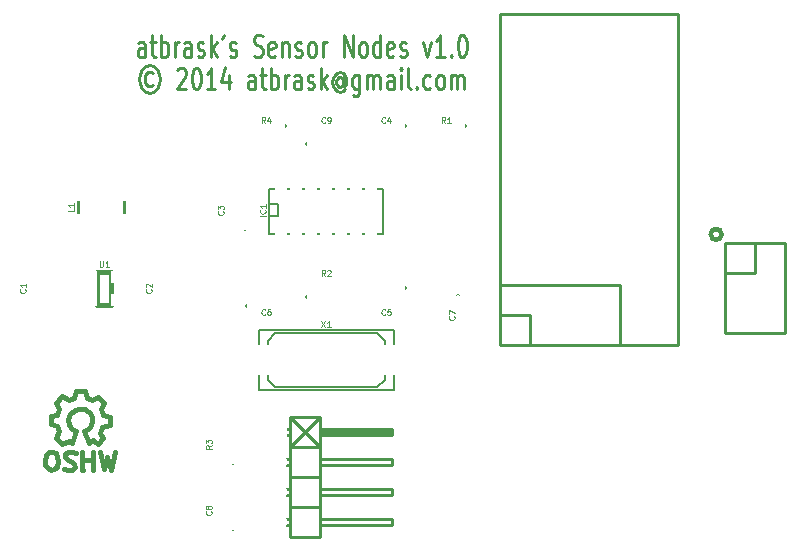
<source format=gto>
%FSLAX34Y34*%
G04 Gerber Fmt 3.4, Leading zero omitted, Abs format*
G04 (created by PCBNEW (2014-03-23 BZR 4768)-product) date Wed 26 Mar 2014 09:50:02 PM CET*
%MOIN*%
G01*
G70*
G90*
G04 APERTURE LIST*
%ADD10C,0.006000*%
%ADD11C,0.015000*%
%ADD12C,0.009843*%
%ADD13C,0.005000*%
%ADD14C,0.003900*%
%ADD15C,0.008000*%
%ADD16C,0.010000*%
%ADD17C,0.005906*%
%ADD18C,0.004000*%
%ADD19C,0.004300*%
%ADD20O,0.118425X0.236535*%
%ADD21R,0.100000X0.080000*%
%ADD22R,0.075000X0.055000*%
%ADD23R,0.055000X0.075000*%
%ADD24R,0.040000X0.065000*%
%ADD25R,0.051496X0.043622*%
%ADD26R,0.061339X0.043622*%
%ADD27R,0.236500X0.098700*%
%ADD28R,0.100000X0.088000*%
%ADD29O,0.100000X0.088000*%
%ADD30R,0.088000X0.088000*%
%ADD31O,0.088000X0.088000*%
G04 APERTURE END LIST*
G54D10*
G54D11*
X68980Y-32400D02*
G75*
G03X68980Y-32400I-180J0D01*
G74*
G01*
G54D12*
X49760Y-26475D02*
X49760Y-26104D01*
X49735Y-26036D01*
X49686Y-26002D01*
X49589Y-26002D01*
X49540Y-26036D01*
X49760Y-26441D02*
X49711Y-26475D01*
X49589Y-26475D01*
X49540Y-26441D01*
X49516Y-26374D01*
X49516Y-26306D01*
X49540Y-26239D01*
X49589Y-26205D01*
X49711Y-26205D01*
X49760Y-26171D01*
X49930Y-26002D02*
X50125Y-26002D01*
X50003Y-25766D02*
X50003Y-26374D01*
X50028Y-26441D01*
X50076Y-26475D01*
X50125Y-26475D01*
X50296Y-26475D02*
X50296Y-25766D01*
X50296Y-26036D02*
X50344Y-26002D01*
X50442Y-26002D01*
X50491Y-26036D01*
X50515Y-26070D01*
X50539Y-26137D01*
X50539Y-26340D01*
X50515Y-26407D01*
X50491Y-26441D01*
X50442Y-26475D01*
X50344Y-26475D01*
X50296Y-26441D01*
X50759Y-26475D02*
X50759Y-26002D01*
X50759Y-26137D02*
X50783Y-26070D01*
X50808Y-26036D01*
X50856Y-26002D01*
X50905Y-26002D01*
X51295Y-26475D02*
X51295Y-26104D01*
X51271Y-26036D01*
X51222Y-26002D01*
X51124Y-26002D01*
X51076Y-26036D01*
X51295Y-26441D02*
X51246Y-26475D01*
X51124Y-26475D01*
X51076Y-26441D01*
X51051Y-26374D01*
X51051Y-26306D01*
X51076Y-26239D01*
X51124Y-26205D01*
X51246Y-26205D01*
X51295Y-26171D01*
X51514Y-26441D02*
X51563Y-26475D01*
X51661Y-26475D01*
X51709Y-26441D01*
X51734Y-26374D01*
X51734Y-26340D01*
X51709Y-26272D01*
X51661Y-26239D01*
X51587Y-26239D01*
X51539Y-26205D01*
X51514Y-26137D01*
X51514Y-26104D01*
X51539Y-26036D01*
X51587Y-26002D01*
X51661Y-26002D01*
X51709Y-26036D01*
X51953Y-26475D02*
X51953Y-25766D01*
X52002Y-26205D02*
X52148Y-26475D01*
X52148Y-26002D02*
X51953Y-26272D01*
X52392Y-25766D02*
X52343Y-25901D01*
X52587Y-26441D02*
X52635Y-26475D01*
X52733Y-26475D01*
X52782Y-26441D01*
X52806Y-26374D01*
X52806Y-26340D01*
X52782Y-26272D01*
X52733Y-26239D01*
X52660Y-26239D01*
X52611Y-26205D01*
X52587Y-26137D01*
X52587Y-26104D01*
X52611Y-26036D01*
X52660Y-26002D01*
X52733Y-26002D01*
X52782Y-26036D01*
X53391Y-26441D02*
X53464Y-26475D01*
X53586Y-26475D01*
X53635Y-26441D01*
X53659Y-26407D01*
X53683Y-26340D01*
X53683Y-26272D01*
X53659Y-26205D01*
X53635Y-26171D01*
X53586Y-26137D01*
X53488Y-26104D01*
X53440Y-26070D01*
X53415Y-26036D01*
X53391Y-25969D01*
X53391Y-25901D01*
X53415Y-25834D01*
X53440Y-25800D01*
X53488Y-25766D01*
X53610Y-25766D01*
X53683Y-25800D01*
X54098Y-26441D02*
X54049Y-26475D01*
X53952Y-26475D01*
X53903Y-26441D01*
X53878Y-26374D01*
X53878Y-26104D01*
X53903Y-26036D01*
X53952Y-26002D01*
X54049Y-26002D01*
X54098Y-26036D01*
X54122Y-26104D01*
X54122Y-26171D01*
X53878Y-26239D01*
X54341Y-26002D02*
X54341Y-26475D01*
X54341Y-26070D02*
X54366Y-26036D01*
X54415Y-26002D01*
X54488Y-26002D01*
X54536Y-26036D01*
X54561Y-26104D01*
X54561Y-26475D01*
X54780Y-26441D02*
X54829Y-26475D01*
X54926Y-26475D01*
X54975Y-26441D01*
X55000Y-26374D01*
X55000Y-26340D01*
X54975Y-26272D01*
X54926Y-26239D01*
X54853Y-26239D01*
X54805Y-26205D01*
X54780Y-26137D01*
X54780Y-26104D01*
X54805Y-26036D01*
X54853Y-26002D01*
X54926Y-26002D01*
X54975Y-26036D01*
X55292Y-26475D02*
X55243Y-26441D01*
X55219Y-26407D01*
X55194Y-26340D01*
X55194Y-26137D01*
X55219Y-26070D01*
X55243Y-26036D01*
X55292Y-26002D01*
X55365Y-26002D01*
X55414Y-26036D01*
X55438Y-26070D01*
X55463Y-26137D01*
X55463Y-26340D01*
X55438Y-26407D01*
X55414Y-26441D01*
X55365Y-26475D01*
X55292Y-26475D01*
X55682Y-26475D02*
X55682Y-26002D01*
X55682Y-26137D02*
X55706Y-26070D01*
X55731Y-26036D01*
X55779Y-26002D01*
X55828Y-26002D01*
X56389Y-26475D02*
X56389Y-25766D01*
X56681Y-26475D01*
X56681Y-25766D01*
X56998Y-26475D02*
X56949Y-26441D01*
X56925Y-26407D01*
X56901Y-26340D01*
X56901Y-26137D01*
X56925Y-26070D01*
X56949Y-26036D01*
X56998Y-26002D01*
X57071Y-26002D01*
X57120Y-26036D01*
X57144Y-26070D01*
X57169Y-26137D01*
X57169Y-26340D01*
X57144Y-26407D01*
X57120Y-26441D01*
X57071Y-26475D01*
X56998Y-26475D01*
X57607Y-26475D02*
X57607Y-25766D01*
X57607Y-26441D02*
X57559Y-26475D01*
X57461Y-26475D01*
X57412Y-26441D01*
X57388Y-26407D01*
X57364Y-26340D01*
X57364Y-26137D01*
X57388Y-26070D01*
X57412Y-26036D01*
X57461Y-26002D01*
X57559Y-26002D01*
X57607Y-26036D01*
X58046Y-26441D02*
X57997Y-26475D01*
X57900Y-26475D01*
X57851Y-26441D01*
X57827Y-26374D01*
X57827Y-26104D01*
X57851Y-26036D01*
X57900Y-26002D01*
X57997Y-26002D01*
X58046Y-26036D01*
X58070Y-26104D01*
X58070Y-26171D01*
X57827Y-26239D01*
X58265Y-26441D02*
X58314Y-26475D01*
X58412Y-26475D01*
X58460Y-26441D01*
X58485Y-26374D01*
X58485Y-26340D01*
X58460Y-26272D01*
X58412Y-26239D01*
X58338Y-26239D01*
X58290Y-26205D01*
X58265Y-26137D01*
X58265Y-26104D01*
X58290Y-26036D01*
X58338Y-26002D01*
X58412Y-26002D01*
X58460Y-26036D01*
X59045Y-26002D02*
X59167Y-26475D01*
X59289Y-26002D01*
X59752Y-26475D02*
X59460Y-26475D01*
X59606Y-26475D02*
X59606Y-25766D01*
X59557Y-25867D01*
X59508Y-25935D01*
X59460Y-25969D01*
X59971Y-26407D02*
X59996Y-26441D01*
X59971Y-26475D01*
X59947Y-26441D01*
X59971Y-26407D01*
X59971Y-26475D01*
X60313Y-25766D02*
X60361Y-25766D01*
X60410Y-25800D01*
X60434Y-25834D01*
X60459Y-25901D01*
X60483Y-26036D01*
X60483Y-26205D01*
X60459Y-26340D01*
X60434Y-26407D01*
X60410Y-26441D01*
X60361Y-26475D01*
X60313Y-26475D01*
X60264Y-26441D01*
X60239Y-26407D01*
X60215Y-26340D01*
X60191Y-26205D01*
X60191Y-26036D01*
X60215Y-25901D01*
X60239Y-25834D01*
X60264Y-25800D01*
X60313Y-25766D01*
X50015Y-27025D02*
X49967Y-26992D01*
X49869Y-26992D01*
X49820Y-27025D01*
X49772Y-27093D01*
X49747Y-27160D01*
X49747Y-27295D01*
X49772Y-27363D01*
X49820Y-27430D01*
X49869Y-27464D01*
X49967Y-27464D01*
X50015Y-27430D01*
X49918Y-26755D02*
X49796Y-26789D01*
X49674Y-26890D01*
X49601Y-27059D01*
X49577Y-27228D01*
X49601Y-27397D01*
X49674Y-27565D01*
X49796Y-27667D01*
X49918Y-27700D01*
X50040Y-27667D01*
X50162Y-27565D01*
X50235Y-27397D01*
X50259Y-27228D01*
X50235Y-27059D01*
X50162Y-26890D01*
X50040Y-26789D01*
X49918Y-26755D01*
X50844Y-26924D02*
X50868Y-26890D01*
X50917Y-26857D01*
X51039Y-26857D01*
X51088Y-26890D01*
X51112Y-26924D01*
X51137Y-26992D01*
X51137Y-27059D01*
X51112Y-27160D01*
X50820Y-27565D01*
X51137Y-27565D01*
X51453Y-26857D02*
X51502Y-26857D01*
X51551Y-26890D01*
X51575Y-26924D01*
X51600Y-26992D01*
X51624Y-27127D01*
X51624Y-27295D01*
X51600Y-27430D01*
X51575Y-27498D01*
X51551Y-27532D01*
X51502Y-27565D01*
X51453Y-27565D01*
X51405Y-27532D01*
X51380Y-27498D01*
X51356Y-27430D01*
X51332Y-27295D01*
X51332Y-27127D01*
X51356Y-26992D01*
X51380Y-26924D01*
X51405Y-26890D01*
X51453Y-26857D01*
X52111Y-27565D02*
X51819Y-27565D01*
X51965Y-27565D02*
X51965Y-26857D01*
X51916Y-26958D01*
X51868Y-27025D01*
X51819Y-27059D01*
X52550Y-27093D02*
X52550Y-27565D01*
X52428Y-26823D02*
X52306Y-27329D01*
X52623Y-27329D01*
X53428Y-27565D02*
X53428Y-27194D01*
X53403Y-27127D01*
X53354Y-27093D01*
X53257Y-27093D01*
X53208Y-27127D01*
X53428Y-27532D02*
X53379Y-27565D01*
X53257Y-27565D01*
X53208Y-27532D01*
X53184Y-27464D01*
X53184Y-27397D01*
X53208Y-27329D01*
X53257Y-27295D01*
X53379Y-27295D01*
X53428Y-27262D01*
X53598Y-27093D02*
X53793Y-27093D01*
X53671Y-26857D02*
X53671Y-27464D01*
X53696Y-27532D01*
X53744Y-27565D01*
X53793Y-27565D01*
X53964Y-27565D02*
X53964Y-26857D01*
X53964Y-27127D02*
X54012Y-27093D01*
X54110Y-27093D01*
X54159Y-27127D01*
X54183Y-27160D01*
X54207Y-27228D01*
X54207Y-27430D01*
X54183Y-27498D01*
X54159Y-27532D01*
X54110Y-27565D01*
X54012Y-27565D01*
X53964Y-27532D01*
X54427Y-27565D02*
X54427Y-27093D01*
X54427Y-27228D02*
X54451Y-27160D01*
X54476Y-27127D01*
X54524Y-27093D01*
X54573Y-27093D01*
X54963Y-27565D02*
X54963Y-27194D01*
X54939Y-27127D01*
X54890Y-27093D01*
X54792Y-27093D01*
X54744Y-27127D01*
X54963Y-27532D02*
X54914Y-27565D01*
X54792Y-27565D01*
X54744Y-27532D01*
X54719Y-27464D01*
X54719Y-27397D01*
X54744Y-27329D01*
X54792Y-27295D01*
X54914Y-27295D01*
X54963Y-27262D01*
X55182Y-27532D02*
X55231Y-27565D01*
X55329Y-27565D01*
X55377Y-27532D01*
X55402Y-27464D01*
X55402Y-27430D01*
X55377Y-27363D01*
X55329Y-27329D01*
X55255Y-27329D01*
X55207Y-27295D01*
X55182Y-27228D01*
X55182Y-27194D01*
X55207Y-27127D01*
X55255Y-27093D01*
X55329Y-27093D01*
X55377Y-27127D01*
X55621Y-27565D02*
X55621Y-26857D01*
X55670Y-27295D02*
X55816Y-27565D01*
X55816Y-27093D02*
X55621Y-27363D01*
X56352Y-27228D02*
X56328Y-27194D01*
X56279Y-27160D01*
X56230Y-27160D01*
X56182Y-27194D01*
X56157Y-27228D01*
X56133Y-27295D01*
X56133Y-27363D01*
X56157Y-27430D01*
X56182Y-27464D01*
X56230Y-27498D01*
X56279Y-27498D01*
X56328Y-27464D01*
X56352Y-27430D01*
X56352Y-27160D02*
X56352Y-27430D01*
X56377Y-27464D01*
X56401Y-27464D01*
X56450Y-27430D01*
X56474Y-27363D01*
X56474Y-27194D01*
X56425Y-27093D01*
X56352Y-27025D01*
X56255Y-26992D01*
X56157Y-27025D01*
X56084Y-27093D01*
X56035Y-27194D01*
X56011Y-27329D01*
X56035Y-27464D01*
X56084Y-27565D01*
X56157Y-27633D01*
X56255Y-27667D01*
X56352Y-27633D01*
X56425Y-27565D01*
X56913Y-27093D02*
X56913Y-27667D01*
X56888Y-27734D01*
X56864Y-27768D01*
X56815Y-27802D01*
X56742Y-27802D01*
X56693Y-27768D01*
X56913Y-27532D02*
X56864Y-27565D01*
X56766Y-27565D01*
X56718Y-27532D01*
X56693Y-27498D01*
X56669Y-27430D01*
X56669Y-27228D01*
X56693Y-27160D01*
X56718Y-27127D01*
X56766Y-27093D01*
X56864Y-27093D01*
X56913Y-27127D01*
X57156Y-27565D02*
X57156Y-27093D01*
X57156Y-27160D02*
X57181Y-27127D01*
X57230Y-27093D01*
X57303Y-27093D01*
X57351Y-27127D01*
X57376Y-27194D01*
X57376Y-27565D01*
X57376Y-27194D02*
X57400Y-27127D01*
X57449Y-27093D01*
X57522Y-27093D01*
X57571Y-27127D01*
X57595Y-27194D01*
X57595Y-27565D01*
X58058Y-27565D02*
X58058Y-27194D01*
X58034Y-27127D01*
X57985Y-27093D01*
X57888Y-27093D01*
X57839Y-27127D01*
X58058Y-27532D02*
X58009Y-27565D01*
X57888Y-27565D01*
X57839Y-27532D01*
X57814Y-27464D01*
X57814Y-27397D01*
X57839Y-27329D01*
X57888Y-27295D01*
X58009Y-27295D01*
X58058Y-27262D01*
X58302Y-27565D02*
X58302Y-27093D01*
X58302Y-26857D02*
X58278Y-26890D01*
X58302Y-26924D01*
X58326Y-26890D01*
X58302Y-26857D01*
X58302Y-26924D01*
X58619Y-27565D02*
X58570Y-27532D01*
X58546Y-27464D01*
X58546Y-26857D01*
X58814Y-27498D02*
X58838Y-27532D01*
X58814Y-27565D01*
X58789Y-27532D01*
X58814Y-27498D01*
X58814Y-27565D01*
X59277Y-27532D02*
X59228Y-27565D01*
X59131Y-27565D01*
X59082Y-27532D01*
X59057Y-27498D01*
X59033Y-27430D01*
X59033Y-27228D01*
X59057Y-27160D01*
X59082Y-27127D01*
X59131Y-27093D01*
X59228Y-27093D01*
X59277Y-27127D01*
X59569Y-27565D02*
X59520Y-27532D01*
X59496Y-27498D01*
X59472Y-27430D01*
X59472Y-27228D01*
X59496Y-27160D01*
X59520Y-27127D01*
X59569Y-27093D01*
X59642Y-27093D01*
X59691Y-27127D01*
X59715Y-27160D01*
X59740Y-27228D01*
X59740Y-27430D01*
X59715Y-27498D01*
X59691Y-27532D01*
X59642Y-27565D01*
X59569Y-27565D01*
X59959Y-27565D02*
X59959Y-27093D01*
X59959Y-27160D02*
X59984Y-27127D01*
X60032Y-27093D01*
X60105Y-27093D01*
X60154Y-27127D01*
X60179Y-27194D01*
X60179Y-27565D01*
X60179Y-27194D02*
X60203Y-27127D01*
X60252Y-27093D01*
X60325Y-27093D01*
X60374Y-27127D01*
X60398Y-27194D01*
X60398Y-27565D01*
G54D13*
X46750Y-33200D02*
X45850Y-33200D01*
X45850Y-33200D02*
X45850Y-33850D01*
X46750Y-34550D02*
X46750Y-35200D01*
X46750Y-35200D02*
X45850Y-35200D01*
X45850Y-35200D02*
X45850Y-34550D01*
X46750Y-33850D02*
X46750Y-33200D01*
X50950Y-33200D02*
X50050Y-33200D01*
X50050Y-33200D02*
X50050Y-33850D01*
X50950Y-34550D02*
X50950Y-35200D01*
X50950Y-35200D02*
X50050Y-35200D01*
X50050Y-35200D02*
X50050Y-34550D01*
X50950Y-33850D02*
X50950Y-33200D01*
G54D14*
X53150Y-32250D02*
G75*
G03X53150Y-32250I-50J0D01*
G74*
G01*
X53100Y-31800D02*
X53100Y-32200D01*
X53100Y-32200D02*
X52500Y-32200D01*
X52500Y-32200D02*
X52500Y-31800D01*
X52500Y-31400D02*
X52500Y-31000D01*
X52500Y-31000D02*
X53100Y-31000D01*
X53100Y-31000D02*
X53100Y-31400D01*
X58500Y-28800D02*
G75*
G03X58500Y-28800I-50J0D01*
G74*
G01*
X58000Y-28800D02*
X58400Y-28800D01*
X58400Y-28800D02*
X58400Y-29400D01*
X58400Y-29400D02*
X58000Y-29400D01*
X57600Y-29400D02*
X57200Y-29400D01*
X57200Y-29400D02*
X57200Y-28800D01*
X57200Y-28800D02*
X57600Y-28800D01*
X58500Y-34200D02*
G75*
G03X58500Y-34200I-50J0D01*
G74*
G01*
X58000Y-34200D02*
X58400Y-34200D01*
X58400Y-34200D02*
X58400Y-34800D01*
X58400Y-34800D02*
X58000Y-34800D01*
X57600Y-34800D02*
X57200Y-34800D01*
X57200Y-34800D02*
X57200Y-34200D01*
X57200Y-34200D02*
X57600Y-34200D01*
X53200Y-34800D02*
G75*
G03X53200Y-34800I-50J0D01*
G74*
G01*
X53600Y-34800D02*
X53200Y-34800D01*
X53200Y-34800D02*
X53200Y-34200D01*
X53200Y-34200D02*
X53600Y-34200D01*
X54000Y-34200D02*
X54400Y-34200D01*
X54400Y-34200D02*
X54400Y-34800D01*
X54400Y-34800D02*
X54000Y-34800D01*
X60250Y-34450D02*
G75*
G03X60250Y-34450I-50J0D01*
G74*
G01*
X60200Y-34900D02*
X60200Y-34500D01*
X60200Y-34500D02*
X60800Y-34500D01*
X60800Y-34500D02*
X60800Y-34900D01*
X60800Y-35300D02*
X60800Y-35700D01*
X60800Y-35700D02*
X60200Y-35700D01*
X60200Y-35700D02*
X60200Y-35300D01*
X52750Y-42250D02*
G75*
G03X52750Y-42250I-50J0D01*
G74*
G01*
X52700Y-41800D02*
X52700Y-42200D01*
X52700Y-42200D02*
X52100Y-42200D01*
X52100Y-42200D02*
X52100Y-41800D01*
X52100Y-41400D02*
X52100Y-41000D01*
X52100Y-41000D02*
X52700Y-41000D01*
X52700Y-41000D02*
X52700Y-41400D01*
G54D15*
X53900Y-30900D02*
X57700Y-30900D01*
X57700Y-30900D02*
X57700Y-32400D01*
X57700Y-32400D02*
X53900Y-32400D01*
X53900Y-32400D02*
X53900Y-30900D01*
X53900Y-31400D02*
X54200Y-31400D01*
X54200Y-31400D02*
X54200Y-31800D01*
X54200Y-31800D02*
X53900Y-31800D01*
G54D16*
X49067Y-31736D02*
X49067Y-31263D01*
X47532Y-31736D02*
X47532Y-31263D01*
G54D14*
X60500Y-28800D02*
G75*
G03X60500Y-28800I-50J0D01*
G74*
G01*
X60000Y-28800D02*
X60400Y-28800D01*
X60400Y-28800D02*
X60400Y-29400D01*
X60400Y-29400D02*
X60000Y-29400D01*
X59600Y-29400D02*
X59200Y-29400D01*
X59200Y-29400D02*
X59200Y-28800D01*
X59200Y-28800D02*
X59600Y-28800D01*
X55200Y-34500D02*
G75*
G03X55200Y-34500I-50J0D01*
G74*
G01*
X55600Y-34500D02*
X55200Y-34500D01*
X55200Y-34500D02*
X55200Y-33900D01*
X55200Y-33900D02*
X55600Y-33900D01*
X56000Y-33900D02*
X56400Y-33900D01*
X56400Y-33900D02*
X56400Y-34500D01*
X56400Y-34500D02*
X56000Y-34500D01*
X52750Y-40050D02*
G75*
G03X52750Y-40050I-50J0D01*
G74*
G01*
X52700Y-39600D02*
X52700Y-40000D01*
X52700Y-40000D02*
X52100Y-40000D01*
X52100Y-40000D02*
X52100Y-39600D01*
X52100Y-39200D02*
X52100Y-38800D01*
X52100Y-38800D02*
X52700Y-38800D01*
X52700Y-38800D02*
X52700Y-39200D01*
G54D11*
X48636Y-33648D02*
X48163Y-33648D01*
X48163Y-33648D02*
X48163Y-34751D01*
X48163Y-34751D02*
X48636Y-34751D01*
X48636Y-34751D02*
X48636Y-33648D01*
G54D17*
X57750Y-37250D02*
X57750Y-37100D01*
X57750Y-35950D02*
X57750Y-36100D01*
X53850Y-35950D02*
X53850Y-36100D01*
X53850Y-37250D02*
X53850Y-37100D01*
X53550Y-37600D02*
X53550Y-37100D01*
X53550Y-35600D02*
X53550Y-36100D01*
X58050Y-35600D02*
X58050Y-36100D01*
X58050Y-37600D02*
X58050Y-37100D01*
X57750Y-35950D02*
X57500Y-35700D01*
X57500Y-35700D02*
X54100Y-35700D01*
X54100Y-35700D02*
X53850Y-35950D01*
X53850Y-37250D02*
X54100Y-37500D01*
X54100Y-37500D02*
X57500Y-37500D01*
X57500Y-37500D02*
X57750Y-37250D01*
X53550Y-35600D02*
X58050Y-35600D01*
X58050Y-37600D02*
X53550Y-37600D01*
G54D14*
X55200Y-29400D02*
G75*
G03X55200Y-29400I-50J0D01*
G74*
G01*
X55600Y-29400D02*
X55200Y-29400D01*
X55200Y-29400D02*
X55200Y-28800D01*
X55200Y-28800D02*
X55600Y-28800D01*
X56000Y-28800D02*
X56400Y-28800D01*
X56400Y-28800D02*
X56400Y-29400D01*
X56400Y-29400D02*
X56000Y-29400D01*
G54D16*
X55600Y-39500D02*
X54600Y-38500D01*
X55600Y-38500D02*
X54600Y-39500D01*
X55650Y-38950D02*
X57950Y-38950D01*
X57950Y-38950D02*
X57950Y-39050D01*
X57950Y-39050D02*
X55650Y-39050D01*
X55650Y-39050D02*
X55650Y-39000D01*
X55650Y-39000D02*
X57950Y-39000D01*
X54600Y-38900D02*
X54450Y-38900D01*
X54600Y-39100D02*
X54450Y-39100D01*
X54600Y-39900D02*
X54450Y-39900D01*
X54600Y-40100D02*
X54450Y-40100D01*
X54600Y-40900D02*
X54450Y-40900D01*
X54600Y-41100D02*
X54450Y-41100D01*
X54600Y-42100D02*
X54450Y-42100D01*
X54600Y-41900D02*
X54450Y-41900D01*
X54600Y-38500D02*
X55600Y-38500D01*
X54600Y-39500D02*
X55600Y-39500D01*
X54600Y-39500D02*
X54600Y-40500D01*
X54600Y-40500D02*
X55600Y-40500D01*
X55600Y-39900D02*
X58000Y-39900D01*
X58000Y-39900D02*
X58000Y-40100D01*
X58000Y-40100D02*
X55600Y-40100D01*
X55600Y-40500D02*
X55600Y-39500D01*
X55600Y-39500D02*
X55600Y-38500D01*
X58000Y-39100D02*
X55600Y-39100D01*
X58000Y-38900D02*
X58000Y-39100D01*
X55600Y-38900D02*
X58000Y-38900D01*
X54600Y-39500D02*
X55600Y-39500D01*
X54600Y-38500D02*
X54600Y-39500D01*
X54600Y-41500D02*
X55600Y-41500D01*
X54600Y-41500D02*
X54600Y-42500D01*
X54600Y-42500D02*
X55600Y-42500D01*
X55600Y-41900D02*
X58000Y-41900D01*
X58000Y-41900D02*
X58000Y-42100D01*
X58000Y-42100D02*
X55600Y-42100D01*
X55600Y-42500D02*
X55600Y-41500D01*
X55600Y-41500D02*
X55600Y-40500D01*
X58000Y-41100D02*
X55600Y-41100D01*
X58000Y-40900D02*
X58000Y-41100D01*
X55600Y-40900D02*
X58000Y-40900D01*
X54600Y-41500D02*
X55600Y-41500D01*
X54600Y-40500D02*
X54600Y-41500D01*
X54600Y-40500D02*
X55600Y-40500D01*
X70100Y-32700D02*
X70100Y-33700D01*
X70100Y-33700D02*
X69100Y-33700D01*
X69100Y-32700D02*
X69100Y-35700D01*
X69100Y-35700D02*
X71100Y-35700D01*
X71100Y-35700D02*
X71100Y-33700D01*
X69100Y-32700D02*
X70100Y-32700D01*
X71100Y-32700D02*
X70100Y-32700D01*
X71100Y-33700D02*
X71100Y-32700D01*
G54D14*
X54500Y-28800D02*
G75*
G03X54500Y-28800I-50J0D01*
G74*
G01*
X54000Y-28800D02*
X54400Y-28800D01*
X54400Y-28800D02*
X54400Y-29400D01*
X54400Y-29400D02*
X54000Y-29400D01*
X53600Y-29400D02*
X53200Y-29400D01*
X53200Y-29400D02*
X53200Y-28800D01*
X53200Y-28800D02*
X53600Y-28800D01*
G54D16*
X61600Y-36100D02*
X67533Y-36100D01*
X67533Y-36100D02*
X67537Y-25060D01*
X67537Y-25060D02*
X61600Y-25060D01*
X61600Y-25060D02*
X61600Y-36100D01*
X62600Y-36100D02*
X65600Y-36100D01*
X65600Y-36100D02*
X65600Y-34100D01*
X65600Y-34100D02*
X61600Y-34100D01*
X61600Y-34100D02*
X61600Y-35100D01*
X61600Y-36100D02*
X62600Y-36100D01*
X61600Y-35100D02*
X62600Y-35100D01*
X62600Y-35100D02*
X62600Y-36100D01*
X61600Y-36100D02*
X61600Y-35100D01*
G54D11*
X48257Y-39659D02*
X48399Y-40238D01*
X48399Y-40238D02*
X48509Y-39820D01*
X48509Y-39820D02*
X48631Y-40242D01*
X48631Y-40242D02*
X48765Y-39671D01*
X47698Y-39931D02*
X48009Y-39927D01*
X48009Y-39927D02*
X48013Y-39931D01*
X48013Y-39931D02*
X48013Y-39927D01*
X48029Y-39647D02*
X48029Y-40254D01*
X47679Y-39643D02*
X47679Y-40261D01*
X47679Y-40261D02*
X47683Y-40257D01*
X47462Y-39683D02*
X47324Y-39651D01*
X47324Y-39651D02*
X47198Y-39647D01*
X47198Y-39647D02*
X47104Y-39726D01*
X47104Y-39726D02*
X47092Y-39832D01*
X47092Y-39832D02*
X47187Y-39927D01*
X47187Y-39927D02*
X47340Y-39978D01*
X47340Y-39978D02*
X47411Y-40041D01*
X47411Y-40041D02*
X47427Y-40159D01*
X47427Y-40159D02*
X47336Y-40246D01*
X47336Y-40246D02*
X47210Y-40257D01*
X47210Y-40257D02*
X47072Y-40214D01*
X46663Y-39643D02*
X46565Y-39651D01*
X46565Y-39651D02*
X46470Y-39746D01*
X46470Y-39746D02*
X46435Y-39939D01*
X46435Y-39939D02*
X46446Y-40076D01*
X46446Y-40076D02*
X46525Y-40202D01*
X46525Y-40202D02*
X46624Y-40250D01*
X46624Y-40250D02*
X46746Y-40222D01*
X46746Y-40222D02*
X46832Y-40151D01*
X46832Y-40151D02*
X46860Y-39970D01*
X46860Y-39970D02*
X46840Y-39809D01*
X46840Y-39809D02*
X46797Y-39698D01*
X46797Y-39698D02*
X46655Y-39647D01*
X46899Y-38966D02*
X46797Y-39187D01*
X46797Y-39187D02*
X47009Y-39391D01*
X47009Y-39391D02*
X47214Y-39285D01*
X47214Y-39285D02*
X47324Y-39348D01*
X47891Y-39340D02*
X48021Y-39265D01*
X48021Y-39265D02*
X48194Y-39395D01*
X48194Y-39395D02*
X48380Y-39202D01*
X48380Y-39202D02*
X48269Y-39013D01*
X48269Y-39013D02*
X48344Y-38828D01*
X48344Y-38828D02*
X48584Y-38754D01*
X48584Y-38754D02*
X48584Y-38486D01*
X48584Y-38486D02*
X48364Y-38431D01*
X48364Y-38431D02*
X48285Y-38206D01*
X48285Y-38206D02*
X48391Y-38021D01*
X48391Y-38021D02*
X48206Y-37820D01*
X48206Y-37820D02*
X48002Y-37923D01*
X48002Y-37923D02*
X47817Y-37844D01*
X47817Y-37844D02*
X47750Y-37631D01*
X47750Y-37631D02*
X47478Y-37624D01*
X47478Y-37624D02*
X47395Y-37840D01*
X47395Y-37840D02*
X47230Y-37907D01*
X47230Y-37907D02*
X47013Y-37801D01*
X47013Y-37801D02*
X46809Y-38009D01*
X46809Y-38009D02*
X46907Y-38222D01*
X46907Y-38222D02*
X46840Y-38411D01*
X46840Y-38411D02*
X46624Y-38450D01*
X46624Y-38450D02*
X46620Y-38726D01*
X46620Y-38726D02*
X46840Y-38805D01*
X46840Y-38805D02*
X46895Y-38962D01*
X47738Y-38954D02*
X47856Y-38895D01*
X47856Y-38895D02*
X47935Y-38817D01*
X47935Y-38817D02*
X47994Y-38659D01*
X47994Y-38659D02*
X47994Y-38502D01*
X47994Y-38502D02*
X47935Y-38364D01*
X47935Y-38364D02*
X47757Y-38226D01*
X47757Y-38226D02*
X47580Y-38206D01*
X47580Y-38206D02*
X47423Y-38246D01*
X47423Y-38246D02*
X47265Y-38383D01*
X47265Y-38383D02*
X47206Y-38561D01*
X47206Y-38561D02*
X47226Y-38757D01*
X47226Y-38757D02*
X47324Y-38876D01*
X47324Y-38876D02*
X47462Y-38954D01*
X47462Y-38954D02*
X47324Y-39348D01*
X47738Y-38954D02*
X47895Y-39348D01*
G54D18*
X45771Y-34233D02*
X45780Y-34242D01*
X45790Y-34271D01*
X45790Y-34290D01*
X45780Y-34319D01*
X45761Y-34338D01*
X45742Y-34347D01*
X45704Y-34357D01*
X45676Y-34357D01*
X45638Y-34347D01*
X45619Y-34338D01*
X45600Y-34319D01*
X45590Y-34290D01*
X45590Y-34271D01*
X45600Y-34242D01*
X45609Y-34233D01*
X45790Y-34042D02*
X45790Y-34157D01*
X45790Y-34100D02*
X45590Y-34100D01*
X45619Y-34119D01*
X45638Y-34138D01*
X45647Y-34157D01*
X49971Y-34233D02*
X49980Y-34242D01*
X49990Y-34271D01*
X49990Y-34290D01*
X49980Y-34319D01*
X49961Y-34338D01*
X49942Y-34347D01*
X49904Y-34357D01*
X49876Y-34357D01*
X49838Y-34347D01*
X49819Y-34338D01*
X49800Y-34319D01*
X49790Y-34290D01*
X49790Y-34271D01*
X49800Y-34242D01*
X49809Y-34233D01*
X49809Y-34157D02*
X49800Y-34147D01*
X49790Y-34128D01*
X49790Y-34080D01*
X49800Y-34061D01*
X49809Y-34052D01*
X49828Y-34042D01*
X49847Y-34042D01*
X49876Y-34052D01*
X49990Y-34166D01*
X49990Y-34042D01*
G54D19*
X52370Y-31632D02*
X52379Y-31642D01*
X52389Y-31670D01*
X52389Y-31689D01*
X52379Y-31717D01*
X52360Y-31736D01*
X52342Y-31745D01*
X52304Y-31754D01*
X52276Y-31754D01*
X52239Y-31745D01*
X52220Y-31736D01*
X52201Y-31717D01*
X52192Y-31689D01*
X52192Y-31670D01*
X52201Y-31642D01*
X52210Y-31632D01*
X52192Y-31567D02*
X52192Y-31445D01*
X52267Y-31510D01*
X52267Y-31482D01*
X52276Y-31463D01*
X52285Y-31454D01*
X52304Y-31445D01*
X52351Y-31445D01*
X52370Y-31454D01*
X52379Y-31463D01*
X52389Y-31482D01*
X52389Y-31539D01*
X52379Y-31557D01*
X52370Y-31567D01*
X57767Y-28670D02*
X57757Y-28679D01*
X57729Y-28689D01*
X57710Y-28689D01*
X57682Y-28679D01*
X57663Y-28660D01*
X57654Y-28642D01*
X57645Y-28604D01*
X57645Y-28576D01*
X57654Y-28539D01*
X57663Y-28520D01*
X57682Y-28501D01*
X57710Y-28492D01*
X57729Y-28492D01*
X57757Y-28501D01*
X57767Y-28510D01*
X57936Y-28557D02*
X57936Y-28689D01*
X57889Y-28482D02*
X57842Y-28623D01*
X57964Y-28623D01*
X57767Y-35070D02*
X57757Y-35079D01*
X57729Y-35089D01*
X57710Y-35089D01*
X57682Y-35079D01*
X57663Y-35060D01*
X57654Y-35042D01*
X57645Y-35004D01*
X57645Y-34976D01*
X57654Y-34939D01*
X57663Y-34920D01*
X57682Y-34901D01*
X57710Y-34892D01*
X57729Y-34892D01*
X57757Y-34901D01*
X57767Y-34910D01*
X57945Y-34892D02*
X57851Y-34892D01*
X57842Y-34985D01*
X57851Y-34976D01*
X57870Y-34967D01*
X57917Y-34967D01*
X57936Y-34976D01*
X57945Y-34985D01*
X57954Y-35004D01*
X57954Y-35051D01*
X57945Y-35070D01*
X57936Y-35079D01*
X57917Y-35089D01*
X57870Y-35089D01*
X57851Y-35079D01*
X57842Y-35070D01*
X53767Y-35070D02*
X53757Y-35079D01*
X53729Y-35089D01*
X53710Y-35089D01*
X53682Y-35079D01*
X53663Y-35060D01*
X53654Y-35042D01*
X53645Y-35004D01*
X53645Y-34976D01*
X53654Y-34939D01*
X53663Y-34920D01*
X53682Y-34901D01*
X53710Y-34892D01*
X53729Y-34892D01*
X53757Y-34901D01*
X53767Y-34910D01*
X53936Y-34892D02*
X53898Y-34892D01*
X53879Y-34901D01*
X53870Y-34910D01*
X53851Y-34939D01*
X53842Y-34976D01*
X53842Y-35051D01*
X53851Y-35070D01*
X53860Y-35079D01*
X53879Y-35089D01*
X53917Y-35089D01*
X53936Y-35079D01*
X53945Y-35070D01*
X53954Y-35051D01*
X53954Y-35004D01*
X53945Y-34985D01*
X53936Y-34976D01*
X53917Y-34967D01*
X53879Y-34967D01*
X53860Y-34976D01*
X53851Y-34985D01*
X53842Y-35004D01*
X60070Y-35132D02*
X60079Y-35142D01*
X60089Y-35170D01*
X60089Y-35189D01*
X60079Y-35217D01*
X60060Y-35236D01*
X60042Y-35245D01*
X60004Y-35254D01*
X59976Y-35254D01*
X59939Y-35245D01*
X59920Y-35236D01*
X59901Y-35217D01*
X59892Y-35189D01*
X59892Y-35170D01*
X59901Y-35142D01*
X59910Y-35132D01*
X59892Y-35067D02*
X59892Y-34935D01*
X60089Y-35020D01*
X51970Y-41632D02*
X51979Y-41642D01*
X51989Y-41670D01*
X51989Y-41689D01*
X51979Y-41717D01*
X51960Y-41736D01*
X51942Y-41745D01*
X51904Y-41754D01*
X51876Y-41754D01*
X51839Y-41745D01*
X51820Y-41736D01*
X51801Y-41717D01*
X51792Y-41689D01*
X51792Y-41670D01*
X51801Y-41642D01*
X51810Y-41632D01*
X51876Y-41520D02*
X51867Y-41539D01*
X51857Y-41548D01*
X51839Y-41557D01*
X51829Y-41557D01*
X51810Y-41548D01*
X51801Y-41539D01*
X51792Y-41520D01*
X51792Y-41482D01*
X51801Y-41463D01*
X51810Y-41454D01*
X51829Y-41445D01*
X51839Y-41445D01*
X51857Y-41454D01*
X51867Y-41463D01*
X51876Y-41482D01*
X51876Y-41520D01*
X51885Y-41539D01*
X51895Y-41548D01*
X51914Y-41557D01*
X51951Y-41557D01*
X51970Y-41548D01*
X51979Y-41539D01*
X51989Y-41520D01*
X51989Y-41482D01*
X51979Y-41463D01*
X51970Y-41454D01*
X51951Y-41445D01*
X51914Y-41445D01*
X51895Y-41454D01*
X51885Y-41463D01*
X51876Y-41482D01*
G54D18*
X53790Y-31795D02*
X53590Y-31795D01*
X53771Y-31585D02*
X53780Y-31595D01*
X53790Y-31623D01*
X53790Y-31642D01*
X53780Y-31671D01*
X53761Y-31690D01*
X53742Y-31700D01*
X53704Y-31709D01*
X53676Y-31709D01*
X53638Y-31700D01*
X53619Y-31690D01*
X53600Y-31671D01*
X53590Y-31642D01*
X53590Y-31623D01*
X53600Y-31595D01*
X53609Y-31585D01*
X53790Y-31395D02*
X53790Y-31509D01*
X53790Y-31452D02*
X53590Y-31452D01*
X53619Y-31471D01*
X53638Y-31490D01*
X53647Y-31509D01*
X47390Y-31533D02*
X47390Y-31628D01*
X47190Y-31628D01*
X47390Y-31361D02*
X47390Y-31476D01*
X47390Y-31419D02*
X47190Y-31419D01*
X47219Y-31438D01*
X47238Y-31457D01*
X47247Y-31476D01*
G54D19*
X59767Y-28689D02*
X59701Y-28595D01*
X59654Y-28689D02*
X59654Y-28492D01*
X59729Y-28492D01*
X59748Y-28501D01*
X59757Y-28510D01*
X59767Y-28529D01*
X59767Y-28557D01*
X59757Y-28576D01*
X59748Y-28585D01*
X59729Y-28595D01*
X59654Y-28595D01*
X59954Y-28689D02*
X59842Y-28689D01*
X59898Y-28689D02*
X59898Y-28492D01*
X59879Y-28520D01*
X59860Y-28539D01*
X59842Y-28548D01*
X55767Y-33789D02*
X55701Y-33695D01*
X55654Y-33789D02*
X55654Y-33592D01*
X55729Y-33592D01*
X55748Y-33601D01*
X55757Y-33610D01*
X55767Y-33629D01*
X55767Y-33657D01*
X55757Y-33676D01*
X55748Y-33685D01*
X55729Y-33695D01*
X55654Y-33695D01*
X55842Y-33610D02*
X55851Y-33601D01*
X55870Y-33592D01*
X55917Y-33592D01*
X55936Y-33601D01*
X55945Y-33610D01*
X55954Y-33629D01*
X55954Y-33648D01*
X55945Y-33676D01*
X55832Y-33789D01*
X55954Y-33789D01*
X51989Y-39432D02*
X51895Y-39498D01*
X51989Y-39545D02*
X51792Y-39545D01*
X51792Y-39470D01*
X51801Y-39451D01*
X51810Y-39442D01*
X51829Y-39432D01*
X51857Y-39432D01*
X51876Y-39442D01*
X51885Y-39451D01*
X51895Y-39470D01*
X51895Y-39545D01*
X51792Y-39367D02*
X51792Y-39245D01*
X51867Y-39310D01*
X51867Y-39282D01*
X51876Y-39263D01*
X51885Y-39254D01*
X51904Y-39245D01*
X51951Y-39245D01*
X51970Y-39254D01*
X51979Y-39263D01*
X51989Y-39282D01*
X51989Y-39339D01*
X51979Y-39357D01*
X51970Y-39367D01*
G54D18*
X48247Y-33290D02*
X48247Y-33452D01*
X48257Y-33471D01*
X48266Y-33480D01*
X48285Y-33490D01*
X48323Y-33490D01*
X48342Y-33480D01*
X48352Y-33471D01*
X48361Y-33452D01*
X48361Y-33290D01*
X48561Y-33490D02*
X48447Y-33490D01*
X48504Y-33490D02*
X48504Y-33290D01*
X48485Y-33319D01*
X48466Y-33338D01*
X48447Y-33347D01*
X55638Y-35290D02*
X55771Y-35490D01*
X55771Y-35290D02*
X55638Y-35490D01*
X55952Y-35490D02*
X55838Y-35490D01*
X55895Y-35490D02*
X55895Y-35290D01*
X55876Y-35319D01*
X55857Y-35338D01*
X55838Y-35347D01*
G54D19*
X55767Y-28670D02*
X55757Y-28679D01*
X55729Y-28689D01*
X55710Y-28689D01*
X55682Y-28679D01*
X55663Y-28660D01*
X55654Y-28642D01*
X55645Y-28604D01*
X55645Y-28576D01*
X55654Y-28539D01*
X55663Y-28520D01*
X55682Y-28501D01*
X55710Y-28492D01*
X55729Y-28492D01*
X55757Y-28501D01*
X55767Y-28510D01*
X55860Y-28689D02*
X55898Y-28689D01*
X55917Y-28679D01*
X55926Y-28670D01*
X55945Y-28642D01*
X55954Y-28604D01*
X55954Y-28529D01*
X55945Y-28510D01*
X55936Y-28501D01*
X55917Y-28492D01*
X55879Y-28492D01*
X55860Y-28501D01*
X55851Y-28510D01*
X55842Y-28529D01*
X55842Y-28576D01*
X55851Y-28595D01*
X55860Y-28604D01*
X55879Y-28614D01*
X55917Y-28614D01*
X55936Y-28604D01*
X55945Y-28595D01*
X55954Y-28576D01*
X53767Y-28689D02*
X53701Y-28595D01*
X53654Y-28689D02*
X53654Y-28492D01*
X53729Y-28492D01*
X53748Y-28501D01*
X53757Y-28510D01*
X53767Y-28529D01*
X53767Y-28557D01*
X53757Y-28576D01*
X53748Y-28585D01*
X53729Y-28595D01*
X53654Y-28595D01*
X53936Y-28557D02*
X53936Y-28689D01*
X53889Y-28482D02*
X53842Y-28623D01*
X53964Y-28623D01*
%LPC*%
G54D20*
X50500Y-31400D03*
X50500Y-37000D03*
G54D21*
X46300Y-33550D03*
X46300Y-34850D03*
X50500Y-33550D03*
X50500Y-34850D03*
G54D22*
X52800Y-31975D03*
X52800Y-31225D03*
G54D23*
X58175Y-29100D03*
X57425Y-29100D03*
X58175Y-34500D03*
X57425Y-34500D03*
X53425Y-34500D03*
X54175Y-34500D03*
G54D22*
X60500Y-34725D03*
X60500Y-35475D03*
X52400Y-41975D03*
X52400Y-41225D03*
G54D24*
X54300Y-32700D03*
X54800Y-32700D03*
X55300Y-32700D03*
X55800Y-32700D03*
X56300Y-32700D03*
X56800Y-32700D03*
X57300Y-32700D03*
X57300Y-30600D03*
X56800Y-30600D03*
X56300Y-30600D03*
X55800Y-30600D03*
X55300Y-30600D03*
X54800Y-30600D03*
X54300Y-30600D03*
G54D10*
G36*
X48833Y-32603D02*
X47766Y-32603D01*
X47412Y-31931D01*
X49187Y-31931D01*
X48833Y-32603D01*
X48833Y-32603D01*
G37*
G36*
X49187Y-31068D02*
X47412Y-31068D01*
X47766Y-30396D01*
X48833Y-30396D01*
X49187Y-31068D01*
X49187Y-31068D01*
G37*
G54D25*
X47670Y-31913D03*
X48929Y-31913D03*
X47670Y-31086D03*
X48929Y-31086D03*
G54D10*
G36*
X48205Y-32031D02*
X47827Y-32409D01*
X47449Y-32031D01*
X47827Y-31653D01*
X48205Y-32031D01*
X48205Y-32031D01*
G37*
G36*
X49150Y-32031D02*
X48772Y-32409D01*
X48394Y-32031D01*
X48772Y-31653D01*
X49150Y-32031D01*
X49150Y-32031D01*
G37*
G36*
X48205Y-30968D02*
X47827Y-31346D01*
X47449Y-30968D01*
X47827Y-30590D01*
X48205Y-30968D01*
X48205Y-30968D01*
G37*
G36*
X49150Y-30968D02*
X48772Y-31346D01*
X48394Y-30968D01*
X48772Y-30590D01*
X49150Y-30968D01*
X49150Y-30968D01*
G37*
G54D23*
X60175Y-29100D03*
X59425Y-29100D03*
X55425Y-34200D03*
X56175Y-34200D03*
G54D22*
X52400Y-39775D03*
X52400Y-39025D03*
G54D26*
X47868Y-33825D03*
X47868Y-34200D03*
X47868Y-34574D03*
X48931Y-34574D03*
X48931Y-33825D03*
G54D27*
X57650Y-36600D03*
X53950Y-36600D03*
G54D23*
X55425Y-29100D03*
X56175Y-29100D03*
G54D28*
X54000Y-39000D03*
G54D29*
X54000Y-40000D03*
X54000Y-41000D03*
X54000Y-42000D03*
G54D30*
X69600Y-33200D03*
G54D31*
X69600Y-34200D03*
X69600Y-35200D03*
X70600Y-35200D03*
X70600Y-34200D03*
X70600Y-33200D03*
G54D23*
X54175Y-29100D03*
X53425Y-29100D03*
G54D30*
X62100Y-35600D03*
G54D31*
X63100Y-35600D03*
X64100Y-35600D03*
X65100Y-35600D03*
X65100Y-34600D03*
X64100Y-34600D03*
X63100Y-34600D03*
X62100Y-34600D03*
M02*

</source>
